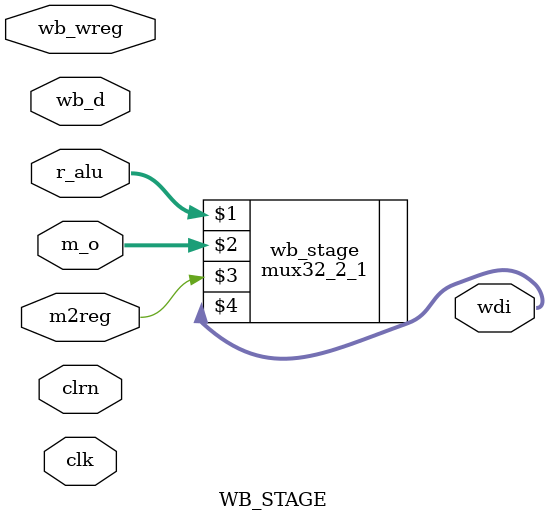
<source format=v>
`timescale 1ns / 1ps
module WB_STAGE(clk,clrn,r_alu,m_o,m2reg,
        wb_wreg,wb_d,wdi
    );
    input clk, clrn;
	input [31:0] r_alu; //ALU result
	input [31:0] m_o;  //Read from memory
    input [4:0] wb_d;
	input m2reg;
    input wb_wreg;

	output [31:0] wdi;
	
	mux32_2_1 wb_stage (r_alu, m_o, m2reg, wdi);
    //Regfile rf (5'h0,5'h0,wdi,wb_d,wb_wreg,~clk,clrn,tmp,tmp);//wreg=1时回写register

endmodule

</source>
